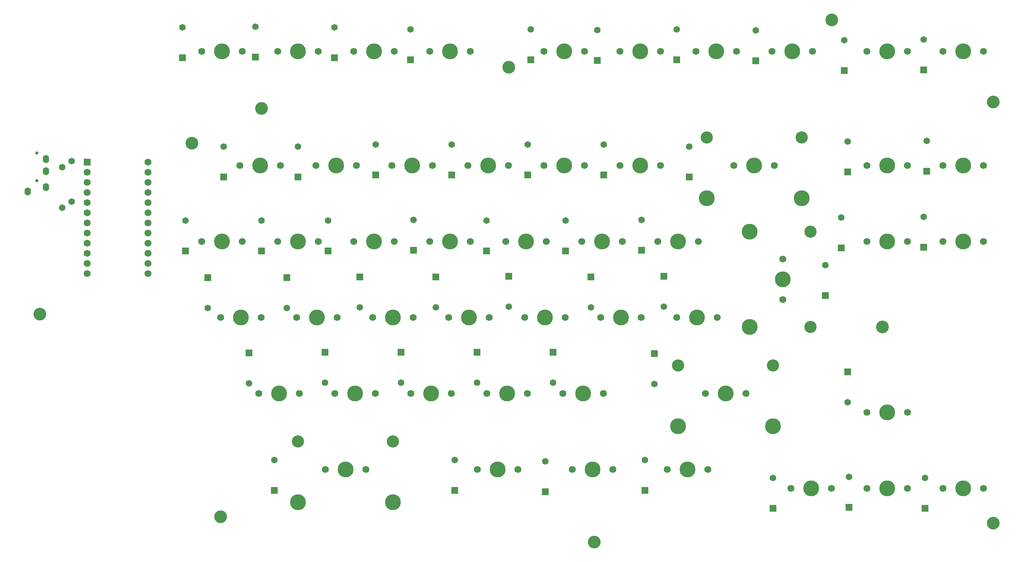
<source format=gbr>
%TF.GenerationSoftware,KiCad,Pcbnew,(5.1.9)-1*%
%TF.CreationDate,2021-04-06T00:29:57+03:00*%
%TF.ProjectId,SplitHside2,53706c69-7448-4736-9964-65322e6b6963,rev?*%
%TF.SameCoordinates,Original*%
%TF.FileFunction,Soldermask,Top*%
%TF.FilePolarity,Negative*%
%FSLAX46Y46*%
G04 Gerber Fmt 4.6, Leading zero omitted, Abs format (unit mm)*
G04 Created by KiCad (PCBNEW (5.1.9)-1) date 2021-04-06 00:29:57*
%MOMM*%
%LPD*%
G01*
G04 APERTURE LIST*
%ADD10C,3.987800*%
%ADD11C,1.750000*%
%ADD12C,1.651000*%
%ADD13C,3.048000*%
%ADD14R,1.651000X1.651000*%
%ADD15C,3.200000*%
%ADD16C,1.752600*%
%ADD17R,1.752600X1.752600*%
%ADD18O,1.600000X2.000000*%
%ADD19C,0.800000*%
G04 APERTURE END LIST*
D10*
%TO.C,SW57*%
X241691800Y-142872000D03*
D11*
X236611800Y-142872000D03*
X246771800Y-142872000D03*
%TD*%
D10*
%TO.C,SW46*%
X241691800Y-33337500D03*
D11*
X236611800Y-33337500D03*
X246771800Y-33337500D03*
%TD*%
D10*
%TO.C,SW35*%
X222647810Y-123825520D03*
D11*
X217567810Y-123825520D03*
X227727810Y-123825520D03*
%TD*%
D12*
%TO.C,R2*%
X18256250Y-70961250D03*
X18256250Y-60801250D03*
%TD*%
%TO.C,R1*%
X15875000Y-72548750D03*
X15875000Y-62388750D03*
%TD*%
D10*
%TO.C,SW14*%
X98822290Y-100012920D03*
D11*
X93742290Y-100012920D03*
X103902290Y-100012920D03*
%TD*%
D10*
%TO.C,SW13*%
X94059770Y-80962840D03*
D11*
X88979770Y-80962840D03*
X99139770Y-80962840D03*
%TD*%
D10*
%TO.C,SW54*%
X172641350Y-138113080D03*
D11*
X167561350Y-138113080D03*
X177721350Y-138113080D03*
%TD*%
%TO.C,SW55*%
X208677730Y-142875600D03*
X198517730Y-142875600D03*
D10*
X203597730Y-142875600D03*
%TD*%
%TO.C,SW56*%
X222647810Y-142875600D03*
D11*
X217567810Y-142875600D03*
X227727810Y-142875600D03*
%TD*%
D10*
%TO.C,SW51*%
X86915990Y-138113080D03*
D11*
X81835990Y-138113080D03*
X91995990Y-138113080D03*
D13*
X75009740Y-131128080D03*
X98822240Y-131128080D03*
D10*
X75009740Y-146368080D03*
X98822240Y-146368080D03*
%TD*%
D14*
%TO.C,D51*%
X69056540Y-143351820D03*
D12*
X69056540Y-135731820D03*
%TD*%
D15*
%TO.C,REF\u002A\u002A*%
X249237500Y-151606250D03*
%TD*%
%TO.C,REF\u002A\u002A*%
X149225000Y-156368750D03*
%TD*%
%TO.C,REF\u002A\u002A*%
X55562500Y-150018750D03*
%TD*%
%TO.C,REF\u002A\u002A*%
X10318750Y-99218750D03*
%TD*%
%TO.C,REF\u002A\u002A*%
X48418750Y-56356250D03*
%TD*%
%TO.C,REF\u002A\u002A*%
X65881250Y-47625000D03*
%TD*%
%TO.C,REF\u002A\u002A*%
X208756250Y-25400000D03*
%TD*%
%TO.C,REF\u002A\u002A*%
X127793750Y-37306250D03*
%TD*%
%TO.C,REF\u002A\u002A*%
X249237500Y-46037500D03*
%TD*%
%TO.C,REF\u002A\u002A*%
X221456250Y-102393750D03*
%TD*%
D16*
%TO.C,J1*%
X37385750Y-61039690D03*
X22145750Y-88979690D03*
X37385750Y-63579690D03*
X37385750Y-66119690D03*
X37385750Y-68659690D03*
X37385750Y-71199690D03*
X37385750Y-73739690D03*
X37385750Y-76279690D03*
X37385750Y-78819690D03*
X37385750Y-81359690D03*
X37385750Y-83899690D03*
X37385750Y-86439690D03*
X37385750Y-88979690D03*
X22145750Y-86439690D03*
X22145750Y-83899690D03*
X22145750Y-81359690D03*
X22145750Y-78819690D03*
X22145750Y-76279690D03*
X22145750Y-73739690D03*
X22145750Y-71199690D03*
X22145750Y-68659690D03*
X22145750Y-66119690D03*
X22145750Y-63579690D03*
D17*
X22145750Y-61039690D03*
%TD*%
D10*
%TO.C,SW8*%
X75009690Y-80962840D03*
D11*
X69929690Y-80962840D03*
X80089690Y-80962840D03*
%TD*%
D10*
%TO.C,SW10*%
X89297250Y-119063000D03*
D11*
X84217250Y-119063000D03*
X94377250Y-119063000D03*
%TD*%
D10*
%TO.C,SW3*%
X55959610Y-80962840D03*
D11*
X50879610Y-80962840D03*
X61039610Y-80962840D03*
%TD*%
D10*
%TO.C,SW4*%
X60722130Y-100012920D03*
D11*
X55642130Y-100012920D03*
X65802130Y-100012920D03*
%TD*%
D10*
%TO.C,SW53*%
X148828750Y-138113080D03*
D11*
X143748750Y-138113080D03*
X153908750Y-138113080D03*
%TD*%
D10*
%TO.C,SW52*%
X125016150Y-138113080D03*
D11*
X119936150Y-138113080D03*
X130096150Y-138113080D03*
%TD*%
D10*
%TO.C,SW37*%
X188198950Y-78549880D03*
X188198950Y-102425880D03*
D13*
X203438950Y-78549880D03*
X203438950Y-102425880D03*
D11*
X196453950Y-95567880D03*
X196453950Y-85407880D03*
D10*
X196453950Y-90487880D03*
%TD*%
%TO.C,SW32*%
X189310170Y-61912760D03*
D11*
X184230170Y-61912760D03*
X194390170Y-61912760D03*
D13*
X177403920Y-54927760D03*
X201216420Y-54927760D03*
D10*
X177403920Y-70167760D03*
X201216420Y-70167760D03*
%TD*%
%TO.C,SW30*%
X182166390Y-119063000D03*
D11*
X177086390Y-119063000D03*
X187246390Y-119063000D03*
D13*
X170260140Y-112078000D03*
X194072640Y-112078000D03*
D10*
X170260140Y-127318000D03*
X194072640Y-127318000D03*
%TD*%
%TO.C,SW42*%
X222647810Y-61912760D03*
D11*
X217567810Y-61912760D03*
X227727810Y-61912760D03*
%TD*%
D10*
%TO.C,SW41*%
X222647810Y-33337640D03*
D11*
X217567810Y-33337640D03*
X227727810Y-33337640D03*
%TD*%
D10*
%TO.C,SW38*%
X222647810Y-80962840D03*
D11*
X217567810Y-80962840D03*
X227727810Y-80962840D03*
%TD*%
D10*
%TO.C,SW33*%
X170260090Y-80962840D03*
D11*
X165180090Y-80962840D03*
X175340090Y-80962840D03*
%TD*%
D10*
%TO.C,SW27*%
X160735050Y-61912760D03*
D11*
X155655050Y-61912760D03*
X165815050Y-61912760D03*
%TD*%
D10*
%TO.C,SW12*%
X103584810Y-61912760D03*
D11*
X98504810Y-61912760D03*
X108664810Y-61912760D03*
%TD*%
D10*
%TO.C,SW6*%
X75009690Y-33337640D03*
D11*
X69929690Y-33337640D03*
X80089690Y-33337640D03*
%TD*%
D14*
%TO.C,D6*%
X64293750Y-34766250D03*
D12*
X64293750Y-27146250D03*
%TD*%
D10*
%TO.C,SW47*%
X241697890Y-61912760D03*
D11*
X236617890Y-61912760D03*
X246777890Y-61912760D03*
%TD*%
D10*
%TO.C,SW43*%
X241697890Y-80962840D03*
D11*
X236617890Y-80962840D03*
X246777890Y-80962840D03*
%TD*%
D10*
%TO.C,SW36*%
X198835210Y-33337640D03*
D11*
X193755210Y-33337640D03*
X203915210Y-33337640D03*
%TD*%
D10*
%TO.C,SW34*%
X175022610Y-100012920D03*
D11*
X169942610Y-100012920D03*
X180102610Y-100012920D03*
%TD*%
D10*
%TO.C,SW31*%
X179785130Y-33337640D03*
D11*
X174705130Y-33337640D03*
X184865130Y-33337640D03*
%TD*%
D10*
%TO.C,SW29*%
X155972530Y-100012920D03*
D11*
X150892530Y-100012920D03*
X161052530Y-100012920D03*
%TD*%
D10*
%TO.C,SW28*%
X151210010Y-80962840D03*
D11*
X146130010Y-80962840D03*
X156290010Y-80962840D03*
%TD*%
D10*
%TO.C,SW26*%
X160735050Y-33337640D03*
D11*
X155655050Y-33337640D03*
X165815050Y-33337640D03*
%TD*%
D10*
%TO.C,SW25*%
X146447490Y-119063000D03*
D11*
X141367490Y-119063000D03*
X151527490Y-119063000D03*
%TD*%
D10*
%TO.C,SW24*%
X136922450Y-100012920D03*
D11*
X131842450Y-100012920D03*
X142002450Y-100012920D03*
%TD*%
D10*
%TO.C,SW23*%
X132159930Y-80962840D03*
D11*
X127079930Y-80962840D03*
X137239930Y-80962840D03*
%TD*%
D10*
%TO.C,SW22*%
X141684970Y-61912760D03*
D11*
X136604970Y-61912760D03*
X146764970Y-61912760D03*
%TD*%
D10*
%TO.C,SW21*%
X141684970Y-33337640D03*
D11*
X136604970Y-33337640D03*
X146764970Y-33337640D03*
%TD*%
D10*
%TO.C,SW20*%
X127397410Y-119063000D03*
D11*
X122317410Y-119063000D03*
X132477410Y-119063000D03*
%TD*%
D10*
%TO.C,SW19*%
X117872370Y-100012920D03*
D11*
X112792370Y-100012920D03*
X122952370Y-100012920D03*
%TD*%
D10*
%TO.C,SW18*%
X113109850Y-80962840D03*
D11*
X108029850Y-80962840D03*
X118189850Y-80962840D03*
%TD*%
D10*
%TO.C,SW17*%
X122634890Y-61912760D03*
D11*
X117554890Y-61912760D03*
X127714890Y-61912760D03*
%TD*%
D10*
%TO.C,SW16*%
X113109850Y-33337640D03*
D11*
X108029850Y-33337640D03*
X118189850Y-33337640D03*
%TD*%
D10*
%TO.C,SW15*%
X108347330Y-119063000D03*
D11*
X103267330Y-119063000D03*
X113427330Y-119063000D03*
%TD*%
D10*
%TO.C,SW11*%
X94059770Y-33337640D03*
D11*
X88979770Y-33337640D03*
X99139770Y-33337640D03*
%TD*%
D10*
%TO.C,SW9*%
X79772210Y-100012920D03*
D11*
X74692210Y-100012920D03*
X84852210Y-100012920D03*
%TD*%
D10*
%TO.C,SW7*%
X84534730Y-61912500D03*
D11*
X79454730Y-61912500D03*
X89614730Y-61912500D03*
%TD*%
D10*
%TO.C,SW5*%
X70247170Y-119063000D03*
D11*
X65167170Y-119063000D03*
X75327170Y-119063000D03*
%TD*%
D10*
%TO.C,SW2*%
X65484650Y-61912760D03*
D11*
X60404650Y-61912760D03*
X70564650Y-61912760D03*
%TD*%
D10*
%TO.C,SW1*%
X55959610Y-33337640D03*
D11*
X50879610Y-33337640D03*
X61039610Y-33337640D03*
%TD*%
D14*
%TO.C,D47*%
X232568750Y-63341250D03*
D12*
X232568750Y-55721250D03*
%TD*%
D14*
%TO.C,D46*%
X231775000Y-37941250D03*
D12*
X231775000Y-30321250D03*
%TD*%
D14*
%TO.C,D43*%
X231775000Y-82391250D03*
D12*
X231775000Y-74771250D03*
%TD*%
D14*
%TO.C,D42*%
X212725000Y-63500000D03*
D12*
X212725000Y-55880000D03*
%TD*%
D14*
%TO.C,D41*%
X211931250Y-38100000D03*
D12*
X211931250Y-30480000D03*
%TD*%
D14*
%TO.C,D38*%
X211137500Y-82550000D03*
D12*
X211137500Y-74930000D03*
%TD*%
D14*
%TO.C,D37*%
X207169620Y-94535990D03*
D12*
X207169620Y-86915990D03*
%TD*%
D14*
%TO.C,D36*%
X189706250Y-35718750D03*
D12*
X189706250Y-28098750D03*
%TD*%
D14*
%TO.C,D35*%
X212725000Y-113665000D03*
D12*
X212725000Y-121285000D03*
%TD*%
D14*
%TO.C,D34*%
X166687500Y-89693750D03*
D12*
X166687500Y-97313750D03*
%TD*%
D14*
%TO.C,D33*%
X161131250Y-83185000D03*
D12*
X161131250Y-75565000D03*
%TD*%
D14*
%TO.C,D32*%
X173037500Y-64770240D03*
D12*
X173037500Y-57150240D03*
%TD*%
D14*
%TO.C,D31*%
X169862500Y-35401250D03*
D12*
X169862500Y-27781250D03*
%TD*%
D14*
%TO.C,D30*%
X164306250Y-109061250D03*
D12*
X164306250Y-116681250D03*
%TD*%
D14*
%TO.C,D29*%
X148431250Y-89852500D03*
D12*
X148431250Y-97472500D03*
%TD*%
D14*
%TO.C,D28*%
X142081250Y-83343750D03*
D12*
X142081250Y-75723750D03*
%TD*%
D14*
%TO.C,D27*%
X151606250Y-64293750D03*
D12*
X151606250Y-56673750D03*
%TD*%
D14*
%TO.C,D26*%
X150018750Y-35560000D03*
D12*
X150018750Y-27940000D03*
%TD*%
D14*
%TO.C,D25*%
X138906250Y-108743750D03*
D12*
X138906250Y-116363750D03*
%TD*%
D14*
%TO.C,D24*%
X127793750Y-89693750D03*
D12*
X127793750Y-97313750D03*
%TD*%
D14*
%TO.C,D23*%
X122237500Y-83343750D03*
D12*
X122237500Y-75723750D03*
%TD*%
D14*
%TO.C,D22*%
X132556250Y-64293750D03*
D12*
X132556250Y-56673750D03*
%TD*%
D14*
%TO.C,D21*%
X133350000Y-35401250D03*
D12*
X133350000Y-27781250D03*
%TD*%
D14*
%TO.C,D20*%
X119856250Y-108743750D03*
D12*
X119856250Y-116363750D03*
%TD*%
D14*
%TO.C,D19*%
X109537500Y-89852500D03*
D12*
X109537500Y-97472500D03*
%TD*%
D14*
%TO.C,D18*%
X103981250Y-83185000D03*
D12*
X103981250Y-75565000D03*
%TD*%
D14*
%TO.C,D17*%
X113506250Y-64293750D03*
D12*
X113506250Y-56673750D03*
%TD*%
D14*
%TO.C,D16*%
X103187500Y-35401250D03*
D12*
X103187500Y-27781250D03*
%TD*%
D14*
%TO.C,D15*%
X100806250Y-108743750D03*
D12*
X100806250Y-116363750D03*
%TD*%
D14*
%TO.C,D14*%
X90487500Y-89852500D03*
D12*
X90487500Y-97472500D03*
%TD*%
D14*
%TO.C,D13*%
X82550000Y-83343750D03*
D12*
X82550000Y-75723750D03*
%TD*%
D14*
%TO.C,D12*%
X94456250Y-64293750D03*
D12*
X94456250Y-56673750D03*
%TD*%
D14*
%TO.C,D11*%
X84137500Y-34925000D03*
D12*
X84137500Y-27305000D03*
%TD*%
D14*
%TO.C,D10*%
X81756250Y-108743750D03*
D12*
X81756250Y-116363750D03*
%TD*%
D14*
%TO.C,D9*%
X72231250Y-90011250D03*
D12*
X72231250Y-97631250D03*
%TD*%
D14*
%TO.C,D8*%
X65881250Y-83343750D03*
D12*
X65881250Y-75723750D03*
%TD*%
D14*
%TO.C,D7*%
X75009690Y-64770240D03*
D12*
X75009690Y-57150240D03*
%TD*%
D14*
%TO.C,D5*%
X62706250Y-108902500D03*
D12*
X62706250Y-116522500D03*
%TD*%
D14*
%TO.C,D4*%
X52387500Y-90011250D03*
D12*
X52387500Y-97631250D03*
%TD*%
D14*
%TO.C,D3*%
X46831250Y-83343750D03*
D12*
X46831250Y-75723750D03*
%TD*%
D14*
%TO.C,D2*%
X56356250Y-64770000D03*
D12*
X56356250Y-57150000D03*
%TD*%
D14*
%TO.C,D1*%
X46037500Y-34925000D03*
D12*
X46037500Y-27305000D03*
%TD*%
D18*
%TO.C,J2*%
X11825040Y-63350240D03*
D19*
X9525040Y-58750240D03*
X9525040Y-65750240D03*
D18*
X11825040Y-60350240D03*
X11825040Y-67350240D03*
X7225040Y-68450240D03*
%TD*%
D12*
%TO.C,D52*%
X114300480Y-135731820D03*
D14*
X114300480Y-143351820D03*
%TD*%
%TO.C,D53*%
X136949899Y-143731650D03*
D12*
X136949899Y-136111650D03*
%TD*%
%TO.C,D54*%
X161925680Y-135731820D03*
D14*
X161925680Y-143351820D03*
%TD*%
D12*
%TO.C,D55*%
X194072690Y-140256230D03*
D14*
X194072690Y-147876230D03*
%TD*%
%TO.C,D56*%
X213122770Y-147638120D03*
D12*
X213122770Y-140018120D03*
%TD*%
%TO.C,D57*%
X232172850Y-140256230D03*
D14*
X232172850Y-147876230D03*
%TD*%
M02*

</source>
